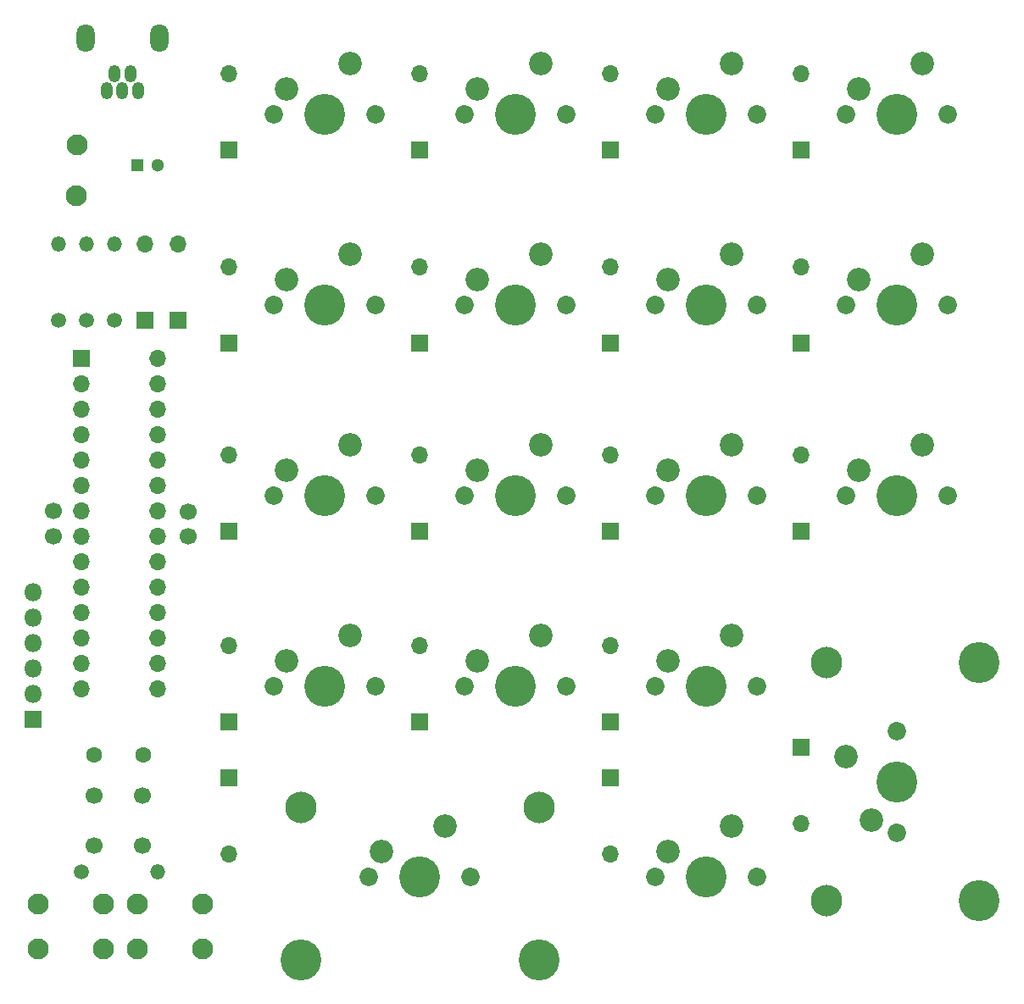
<source format=gbr>
%TF.GenerationSoftware,KiCad,Pcbnew,(5.1.6)-1*%
%TF.CreationDate,2020-06-15T13:12:43+02:00*%
%TF.ProjectId,numpad,6e756d70-6164-42e6-9b69-6361645f7063,rev?*%
%TF.SameCoordinates,Original*%
%TF.FileFunction,Soldermask,Bot*%
%TF.FilePolarity,Negative*%
%FSLAX46Y46*%
G04 Gerber Fmt 4.6, Leading zero omitted, Abs format (unit mm)*
G04 Created by KiCad (PCBNEW (5.1.6)-1) date 2020-06-15 13:12:43*
%MOMM*%
%LPD*%
G01*
G04 APERTURE LIST*
%ADD10C,2.350000*%
%ADD11C,4.087800*%
%ADD12C,1.850000*%
%ADD13O,1.700000X1.700000*%
%ADD14R,1.700000X1.700000*%
%ADD15C,3.148000*%
%ADD16O,1.800000X1.800000*%
%ADD17R,1.800000X1.800000*%
%ADD18C,1.600000*%
%ADD19O,1.200000X1.750000*%
%ADD20O,1.800000X2.800000*%
%ADD21C,2.100000*%
%ADD22O,1.500000X1.500000*%
%ADD23C,1.500000*%
%ADD24C,1.700000*%
%ADD25C,1.300000*%
%ADD26R,1.300000X1.300000*%
G04 APERTURE END LIST*
D10*
%TO.C,MX5*%
X113919000Y-66548000D03*
D11*
X111379000Y-71628000D03*
D10*
X107569000Y-69088000D03*
D12*
X106299000Y-71628000D03*
X116459000Y-71628000D03*
%TD*%
D13*
%TO.C,MCU1*%
X94742000Y-76962000D03*
X87122000Y-109982000D03*
X94742000Y-79502000D03*
X87122000Y-107442000D03*
X94742000Y-82042000D03*
X87122000Y-104902000D03*
X94742000Y-84582000D03*
X87122000Y-102362000D03*
X94742000Y-87122000D03*
X87122000Y-99822000D03*
X94742000Y-89662000D03*
X87122000Y-97282000D03*
X94742000Y-92202000D03*
X87122000Y-94742000D03*
X94742000Y-94742000D03*
X87122000Y-92202000D03*
X94742000Y-97282000D03*
X87122000Y-89662000D03*
X94742000Y-99822000D03*
X87122000Y-87122000D03*
X94742000Y-102362000D03*
X87122000Y-84582000D03*
X94742000Y-104902000D03*
X87122000Y-82042000D03*
X94742000Y-107442000D03*
X87122000Y-79502000D03*
X94742000Y-109982000D03*
D14*
X87122000Y-76962000D03*
%TD*%
D10*
%TO.C,MX18*%
X163449000Y-116713000D03*
D11*
X168529000Y-119253000D03*
D10*
X165989000Y-123063000D03*
D12*
X168529000Y-124333000D03*
X168529000Y-114173000D03*
D15*
X161544000Y-131159250D03*
X161544000Y-107346750D03*
D11*
X176784000Y-131159250D03*
X176784000Y-107346750D03*
%TD*%
D10*
%TO.C,MX17*%
X152019000Y-123698000D03*
D11*
X149479000Y-128778000D03*
D10*
X145669000Y-126238000D03*
D12*
X144399000Y-128778000D03*
X154559000Y-128778000D03*
%TD*%
D10*
%TO.C,MX16*%
X123444000Y-123698000D03*
D11*
X120904000Y-128778000D03*
D10*
X117094000Y-126238000D03*
D12*
X115824000Y-128778000D03*
X125984000Y-128778000D03*
D15*
X108997750Y-121793000D03*
X132810250Y-121793000D03*
D11*
X108997750Y-137033000D03*
X132810250Y-137033000D03*
%TD*%
D10*
%TO.C,MX15*%
X152019000Y-104648000D03*
D11*
X149479000Y-109728000D03*
D10*
X145669000Y-107188000D03*
D12*
X144399000Y-109728000D03*
X154559000Y-109728000D03*
%TD*%
D10*
%TO.C,MX14*%
X132969000Y-104648000D03*
D11*
X130429000Y-109728000D03*
D10*
X126619000Y-107188000D03*
D12*
X125349000Y-109728000D03*
X135509000Y-109728000D03*
%TD*%
D10*
%TO.C,MX13*%
X113919000Y-104648000D03*
D11*
X111379000Y-109728000D03*
D10*
X107569000Y-107188000D03*
D12*
X106299000Y-109728000D03*
X116459000Y-109728000D03*
%TD*%
D10*
%TO.C,MX12*%
X171069000Y-85598000D03*
D11*
X168529000Y-90678000D03*
D10*
X164719000Y-88138000D03*
D12*
X163449000Y-90678000D03*
X173609000Y-90678000D03*
%TD*%
D10*
%TO.C,MX11*%
X152019000Y-85598000D03*
D11*
X149479000Y-90678000D03*
D10*
X145669000Y-88138000D03*
D12*
X144399000Y-90678000D03*
X154559000Y-90678000D03*
%TD*%
D10*
%TO.C,MX10*%
X132969000Y-85598000D03*
D11*
X130429000Y-90678000D03*
D10*
X126619000Y-88138000D03*
D12*
X125349000Y-90678000D03*
X135509000Y-90678000D03*
%TD*%
D10*
%TO.C,MX9*%
X113919000Y-85598000D03*
D11*
X111379000Y-90678000D03*
D10*
X107569000Y-88138000D03*
D12*
X106299000Y-90678000D03*
X116459000Y-90678000D03*
%TD*%
D10*
%TO.C,MX8*%
X171069000Y-66548000D03*
D11*
X168529000Y-71628000D03*
D10*
X164719000Y-69088000D03*
D12*
X163449000Y-71628000D03*
X173609000Y-71628000D03*
%TD*%
D10*
%TO.C,MX7*%
X152019000Y-66548000D03*
D11*
X149479000Y-71628000D03*
D10*
X145669000Y-69088000D03*
D12*
X144399000Y-71628000D03*
X154559000Y-71628000D03*
%TD*%
D10*
%TO.C,MX6*%
X132969000Y-66548000D03*
D11*
X130429000Y-71628000D03*
D10*
X126619000Y-69088000D03*
D12*
X125349000Y-71628000D03*
X135509000Y-71628000D03*
%TD*%
D10*
%TO.C,MX4*%
X171069000Y-47498000D03*
D11*
X168529000Y-52578000D03*
D10*
X164719000Y-50038000D03*
D12*
X163449000Y-52578000D03*
X173609000Y-52578000D03*
%TD*%
D10*
%TO.C,MX3*%
X152019000Y-47498000D03*
D11*
X149479000Y-52578000D03*
D10*
X145669000Y-50038000D03*
D12*
X144399000Y-52578000D03*
X154559000Y-52578000D03*
%TD*%
D10*
%TO.C,MX2*%
X132969000Y-47498000D03*
D11*
X130429000Y-52578000D03*
D10*
X126619000Y-50038000D03*
D12*
X125349000Y-52578000D03*
X135509000Y-52578000D03*
%TD*%
D10*
%TO.C,MX1*%
X113919000Y-47498000D03*
D11*
X111379000Y-52578000D03*
D10*
X107569000Y-50038000D03*
D12*
X106299000Y-52578000D03*
X116459000Y-52578000D03*
%TD*%
D16*
%TO.C,J2*%
X82296000Y-100330000D03*
X82296000Y-102870000D03*
X82296000Y-105410000D03*
X82296000Y-107950000D03*
X82296000Y-110490000D03*
D17*
X82296000Y-113030000D03*
%TD*%
D18*
%TO.C,XTAL1*%
X93272000Y-116586000D03*
X88392000Y-116586000D03*
%TD*%
D19*
%TO.C,USB1*%
X92786000Y-50230000D03*
X91986000Y-48530000D03*
X91186000Y-50230000D03*
X90386000Y-48530000D03*
X89586000Y-50230000D03*
D20*
X94836000Y-44930000D03*
X87536000Y-44930000D03*
%TD*%
D21*
%TO.C,SW2*%
X89304000Y-131445000D03*
X89304000Y-135945000D03*
X82804000Y-131445000D03*
X82804000Y-135945000D03*
%TD*%
%TO.C,SW1*%
X99210000Y-131445000D03*
X99210000Y-135945000D03*
X92710000Y-131445000D03*
X92710000Y-135945000D03*
%TD*%
D22*
%TO.C,R4*%
X94742000Y-128270000D03*
D23*
X87122000Y-128270000D03*
%TD*%
D22*
%TO.C,R3*%
X90424000Y-65532000D03*
D23*
X90424000Y-73152000D03*
%TD*%
D22*
%TO.C,R2*%
X87630000Y-65532000D03*
D23*
X87630000Y-73152000D03*
%TD*%
D22*
%TO.C,R1*%
X84836000Y-65532000D03*
D23*
X84836000Y-73152000D03*
%TD*%
D21*
%TO.C,F1*%
X86624000Y-55626000D03*
X86614000Y-60706000D03*
%TD*%
D13*
%TO.C,D20*%
X159004000Y-123444000D03*
D14*
X159004000Y-115824000D03*
%TD*%
D13*
%TO.C,D19*%
X139954000Y-126492000D03*
D14*
X139954000Y-118872000D03*
%TD*%
D13*
%TO.C,D18*%
X101854000Y-126492000D03*
D14*
X101854000Y-118872000D03*
%TD*%
D13*
%TO.C,D17*%
X139954000Y-105664000D03*
D14*
X139954000Y-113284000D03*
%TD*%
D13*
%TO.C,D16*%
X120904000Y-105664000D03*
D14*
X120904000Y-113284000D03*
%TD*%
D13*
%TO.C,D15*%
X101854000Y-105664000D03*
D14*
X101854000Y-113284000D03*
%TD*%
D13*
%TO.C,D14*%
X159004000Y-86614000D03*
D14*
X159004000Y-94234000D03*
%TD*%
D13*
%TO.C,D13*%
X139954000Y-86614000D03*
D14*
X139954000Y-94234000D03*
%TD*%
D13*
%TO.C,D12*%
X120904000Y-86614000D03*
D14*
X120904000Y-94234000D03*
%TD*%
D13*
%TO.C,D11*%
X101854000Y-86614000D03*
D14*
X101854000Y-94234000D03*
%TD*%
D13*
%TO.C,D10*%
X159004000Y-67818000D03*
D14*
X159004000Y-75438000D03*
%TD*%
D13*
%TO.C,D9*%
X139954000Y-67818000D03*
D14*
X139954000Y-75438000D03*
%TD*%
D13*
%TO.C,D8*%
X120904000Y-67818000D03*
D14*
X120904000Y-75438000D03*
%TD*%
D13*
%TO.C,D7*%
X101854000Y-67818000D03*
D14*
X101854000Y-75438000D03*
%TD*%
D13*
%TO.C,D6*%
X159004000Y-48514000D03*
D14*
X159004000Y-56134000D03*
%TD*%
D13*
%TO.C,D5*%
X139954000Y-48514000D03*
D14*
X139954000Y-56134000D03*
%TD*%
D13*
%TO.C,D4*%
X120904000Y-48514000D03*
D14*
X120904000Y-56134000D03*
%TD*%
D13*
%TO.C,D3*%
X101854000Y-48514000D03*
D14*
X101854000Y-56134000D03*
%TD*%
D13*
%TO.C,D2*%
X93472000Y-65532000D03*
D14*
X93472000Y-73152000D03*
%TD*%
D13*
%TO.C,D1*%
X96774000Y-65532000D03*
D14*
X96774000Y-73152000D03*
%TD*%
D24*
%TO.C,C5*%
X88392000Y-125650000D03*
X88392000Y-120650000D03*
%TD*%
%TO.C,C4*%
X93218000Y-125650000D03*
X93218000Y-120650000D03*
%TD*%
%TO.C,C3*%
X97790000Y-92242000D03*
X97790000Y-94742000D03*
%TD*%
%TO.C,C2*%
X84328000Y-94702000D03*
X84328000Y-92202000D03*
%TD*%
D25*
%TO.C,C1*%
X94710000Y-57658000D03*
D26*
X92710000Y-57658000D03*
%TD*%
M02*

</source>
